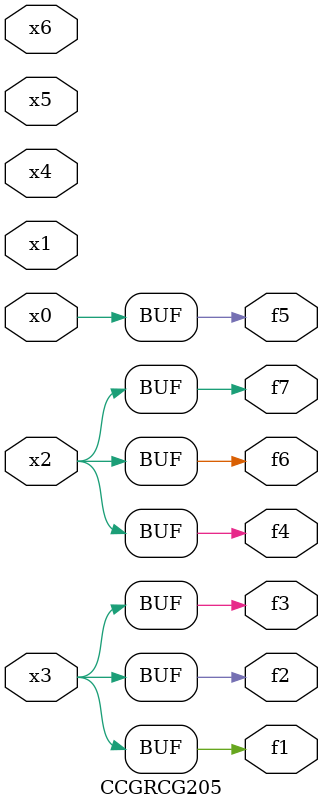
<source format=v>
module CCGRCG205(
	input x0, x1, x2, x3, x4, x5, x6,
	output f1, f2, f3, f4, f5, f6, f7
);
	assign f1 = x3;
	assign f2 = x3;
	assign f3 = x3;
	assign f4 = x2;
	assign f5 = x0;
	assign f6 = x2;
	assign f7 = x2;
endmodule

</source>
